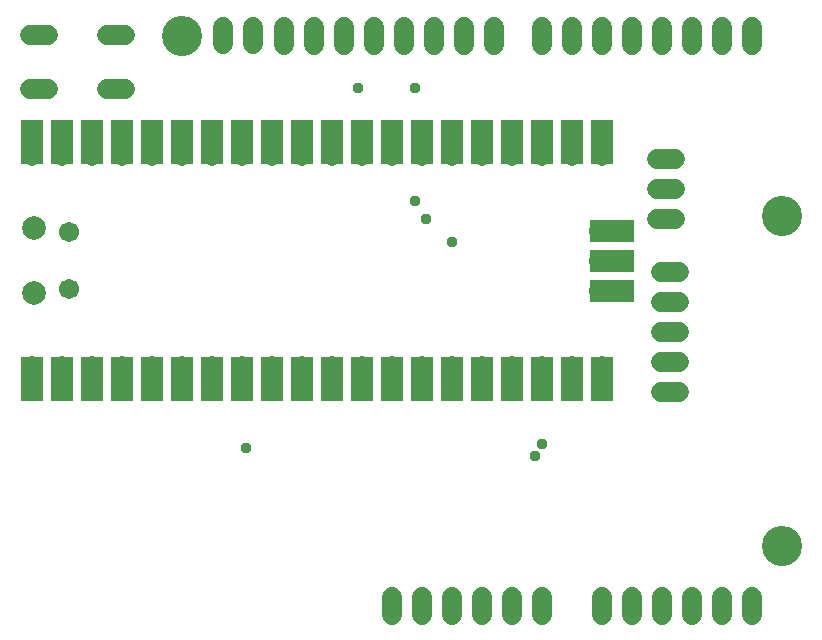
<source format=gbr>
G04 EAGLE Gerber RS-274X export*
G75*
%MOMM*%
%FSLAX34Y34*%
%LPD*%
%INSoldermask Top*%
%IPPOS*%
%AMOC8*
5,1,8,0,0,1.08239X$1,22.5*%
G01*
%ADD10C,1.727200*%
%ADD11C,3.403200*%
%ADD12C,1.711200*%
%ADD13R,1.903200X3.703200*%
%ADD14C,2.003200*%
%ADD15C,1.703200*%
%ADD16R,3.703200X1.903200*%
%ADD17C,1.711200*%
%ADD18C,0.959600*%


D10*
X251460Y513080D02*
X251460Y528320D01*
X276860Y528320D02*
X276860Y513080D01*
X302260Y513080D02*
X302260Y528320D01*
X327660Y528320D02*
X327660Y513080D01*
X353060Y513080D02*
X353060Y528320D01*
X378460Y528320D02*
X378460Y513080D01*
X403860Y513080D02*
X403860Y528320D01*
X429260Y528320D02*
X429260Y513080D01*
X469900Y513080D02*
X469900Y528320D01*
X495300Y528320D02*
X495300Y513080D01*
X520700Y513080D02*
X520700Y528320D01*
X546100Y528320D02*
X546100Y513080D01*
X571500Y513080D02*
X571500Y528320D01*
X596900Y528320D02*
X596900Y513080D01*
X622300Y513080D02*
X622300Y528320D01*
X647700Y528320D02*
X647700Y513080D01*
X342900Y45720D02*
X342900Y30480D01*
X368300Y30480D02*
X368300Y45720D01*
X393700Y45720D02*
X393700Y30480D01*
X419100Y30480D02*
X419100Y45720D01*
X444500Y45720D02*
X444500Y30480D01*
X469900Y30480D02*
X469900Y45720D01*
X520700Y45720D02*
X520700Y30480D01*
X546100Y30480D02*
X546100Y45720D01*
X571500Y45720D02*
X571500Y30480D01*
X596900Y30480D02*
X596900Y45720D01*
X622300Y45720D02*
X622300Y30480D01*
X647700Y30480D02*
X647700Y45720D01*
D11*
X165100Y520700D03*
X673100Y368300D03*
X673100Y88900D03*
D12*
X38100Y241300D03*
X63500Y241300D03*
X190500Y241300D03*
X215900Y241300D03*
X88900Y241300D03*
X114300Y241300D03*
X165100Y241300D03*
X139700Y241300D03*
X241300Y241300D03*
X266700Y241300D03*
X292100Y241300D03*
X317500Y241300D03*
X342900Y241300D03*
X368300Y241300D03*
X393700Y241300D03*
X419100Y241300D03*
X444500Y241300D03*
X469900Y241300D03*
X495300Y241300D03*
X520700Y241300D03*
X520700Y419100D03*
X495300Y419100D03*
X469900Y419100D03*
X444500Y419100D03*
X419100Y419100D03*
X393700Y419100D03*
X368300Y419100D03*
X342900Y419100D03*
X317500Y419100D03*
X292100Y419100D03*
X266700Y419100D03*
X241300Y419100D03*
X215900Y419100D03*
X190500Y419100D03*
X165100Y419100D03*
X139700Y419100D03*
X114300Y419100D03*
X88900Y419100D03*
X63500Y419100D03*
X38100Y419100D03*
D13*
X38100Y230200D03*
X63500Y230200D03*
X88900Y230200D03*
X114300Y230200D03*
X139700Y230200D03*
X165100Y230200D03*
X190500Y230200D03*
X215900Y230200D03*
X241300Y230200D03*
X266700Y230200D03*
X292100Y230200D03*
X317500Y230200D03*
X342900Y230200D03*
X368300Y230200D03*
X393700Y230200D03*
X419100Y230200D03*
X444500Y230200D03*
X469900Y230200D03*
X495300Y230200D03*
X520700Y230200D03*
X520700Y430200D03*
X495300Y430200D03*
X469900Y430200D03*
X444500Y430200D03*
X419100Y430200D03*
X393700Y430200D03*
X368300Y430200D03*
X342900Y430200D03*
X317500Y430200D03*
X292100Y430200D03*
X266700Y430200D03*
X241300Y430200D03*
X215900Y430200D03*
X190500Y430200D03*
X165100Y430200D03*
X139700Y430200D03*
X114300Y430200D03*
X88900Y430200D03*
X63500Y430200D03*
X38100Y430200D03*
D14*
X39400Y302950D03*
X39400Y357450D03*
D15*
X69700Y305950D03*
X69700Y354450D03*
D12*
X518400Y304800D03*
X518400Y330200D03*
X518400Y355600D03*
D16*
X528650Y304800D03*
X528650Y330200D03*
X528650Y355600D03*
D17*
X200025Y513160D02*
X200025Y528240D01*
X225425Y528240D02*
X225425Y513160D01*
D10*
X567055Y365125D02*
X582295Y365125D01*
X582295Y390525D02*
X567055Y390525D01*
X567055Y415925D02*
X582295Y415925D01*
X585470Y219075D02*
X570230Y219075D01*
X570230Y244475D02*
X585470Y244475D01*
X585470Y269875D02*
X570230Y269875D01*
X570230Y295275D02*
X585470Y295275D01*
X585470Y320675D02*
X570230Y320675D01*
X51308Y521081D02*
X36068Y521081D01*
X36068Y475869D02*
X51308Y475869D01*
X101092Y521081D02*
X116332Y521081D01*
X116332Y475869D02*
X101092Y475869D01*
D18*
X393700Y346075D03*
X463550Y165100D03*
X371475Y365125D03*
X469900Y174625D03*
X361950Y381000D03*
X361950Y476250D03*
X314325Y476250D03*
X219075Y171450D03*
M02*

</source>
